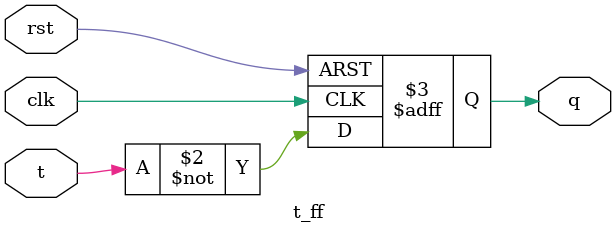
<source format=v>
module t_ff(input t,clk,rst, output reg q);
always @(posedge clk or posedge rst) begin
	if (rst) q<=0;
	else q<=~t;
end
endmodule

</source>
